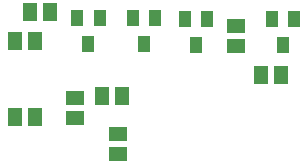
<source format=gbr>
G04 EAGLE Gerber RS-274X export*
G75*
%MOMM*%
%FSLAX34Y34*%
%LPD*%
%INSolderpaste Bottom*%
%IPPOS*%
%AMOC8*
5,1,8,0,0,1.08239X$1,22.5*%
G01*
%ADD10R,1.000000X1.400000*%
%ADD11R,1.300000X1.500000*%
%ADD12R,1.500000X1.300000*%


D10*
X536194Y133526D03*
X545694Y155526D03*
X526694Y155526D03*
X583438Y133272D03*
X592938Y155272D03*
X573938Y155272D03*
X627380Y132510D03*
X636880Y154510D03*
X617880Y154510D03*
D11*
X564506Y89154D03*
X547506Y89154D03*
X491100Y135636D03*
X474100Y135636D03*
D12*
X525018Y87494D03*
X525018Y70494D03*
X661416Y131454D03*
X661416Y148454D03*
D10*
X701040Y132256D03*
X710540Y154256D03*
X691540Y154256D03*
D12*
X561340Y56760D03*
X561340Y39760D03*
D11*
X491100Y71120D03*
X474100Y71120D03*
X503800Y160020D03*
X486800Y160020D03*
X682380Y106680D03*
X699380Y106680D03*
M02*

</source>
